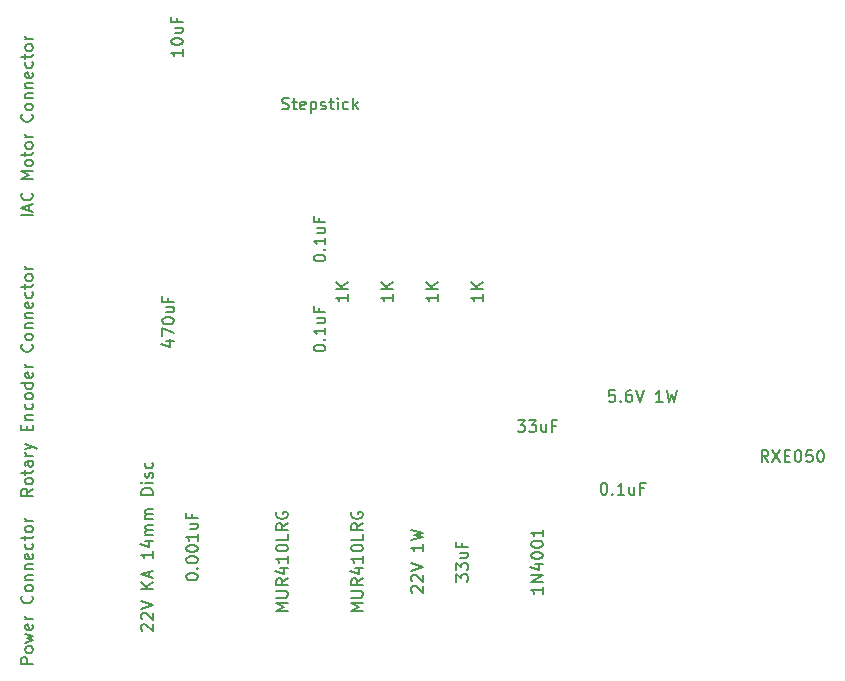
<source format=gbr>
G04 #@! TF.FileFunction,Other,Fab,Top*
%FSLAX46Y46*%
G04 Gerber Fmt 4.6, Leading zero omitted, Abs format (unit mm)*
G04 Created by KiCad (PCBNEW 4.0.4-stable) date 07/17/17 19:23:20*
%MOMM*%
%LPD*%
G01*
G04 APERTURE LIST*
%ADD10C,0.100000*%
%ADD11C,0.150000*%
G04 APERTURE END LIST*
D10*
D11*
X156416667Y-85812381D02*
X155940476Y-85812381D01*
X155892857Y-86288571D01*
X155940476Y-86240952D01*
X156035714Y-86193333D01*
X156273810Y-86193333D01*
X156369048Y-86240952D01*
X156416667Y-86288571D01*
X156464286Y-86383810D01*
X156464286Y-86621905D01*
X156416667Y-86717143D01*
X156369048Y-86764762D01*
X156273810Y-86812381D01*
X156035714Y-86812381D01*
X155940476Y-86764762D01*
X155892857Y-86717143D01*
X156892857Y-86717143D02*
X156940476Y-86764762D01*
X156892857Y-86812381D01*
X156845238Y-86764762D01*
X156892857Y-86717143D01*
X156892857Y-86812381D01*
X157797619Y-85812381D02*
X157607142Y-85812381D01*
X157511904Y-85860000D01*
X157464285Y-85907619D01*
X157369047Y-86050476D01*
X157321428Y-86240952D01*
X157321428Y-86621905D01*
X157369047Y-86717143D01*
X157416666Y-86764762D01*
X157511904Y-86812381D01*
X157702381Y-86812381D01*
X157797619Y-86764762D01*
X157845238Y-86717143D01*
X157892857Y-86621905D01*
X157892857Y-86383810D01*
X157845238Y-86288571D01*
X157797619Y-86240952D01*
X157702381Y-86193333D01*
X157511904Y-86193333D01*
X157416666Y-86240952D01*
X157369047Y-86288571D01*
X157321428Y-86383810D01*
X158178571Y-85812381D02*
X158511904Y-86812381D01*
X158845238Y-85812381D01*
X160464286Y-86812381D02*
X159892857Y-86812381D01*
X160178571Y-86812381D02*
X160178571Y-85812381D01*
X160083333Y-85955238D01*
X159988095Y-86050476D01*
X159892857Y-86098095D01*
X160797619Y-85812381D02*
X161035714Y-86812381D01*
X161226191Y-86098095D01*
X161416667Y-86812381D01*
X161654762Y-85812381D01*
X139247619Y-102949048D02*
X139200000Y-102901429D01*
X139152381Y-102806191D01*
X139152381Y-102568095D01*
X139200000Y-102472857D01*
X139247619Y-102425238D01*
X139342857Y-102377619D01*
X139438095Y-102377619D01*
X139580952Y-102425238D01*
X140152381Y-102996667D01*
X140152381Y-102377619D01*
X139247619Y-101996667D02*
X139200000Y-101949048D01*
X139152381Y-101853810D01*
X139152381Y-101615714D01*
X139200000Y-101520476D01*
X139247619Y-101472857D01*
X139342857Y-101425238D01*
X139438095Y-101425238D01*
X139580952Y-101472857D01*
X140152381Y-102044286D01*
X140152381Y-101425238D01*
X139152381Y-101139524D02*
X140152381Y-100806191D01*
X139152381Y-100472857D01*
X140152381Y-98853809D02*
X140152381Y-99425238D01*
X140152381Y-99139524D02*
X139152381Y-99139524D01*
X139295238Y-99234762D01*
X139390476Y-99330000D01*
X139438095Y-99425238D01*
X139152381Y-98520476D02*
X140152381Y-98282381D01*
X139438095Y-98091904D01*
X140152381Y-97901428D01*
X139152381Y-97663333D01*
X120102381Y-101655238D02*
X120102381Y-101559999D01*
X120150000Y-101464761D01*
X120197619Y-101417142D01*
X120292857Y-101369523D01*
X120483333Y-101321904D01*
X120721429Y-101321904D01*
X120911905Y-101369523D01*
X121007143Y-101417142D01*
X121054762Y-101464761D01*
X121102381Y-101559999D01*
X121102381Y-101655238D01*
X121054762Y-101750476D01*
X121007143Y-101798095D01*
X120911905Y-101845714D01*
X120721429Y-101893333D01*
X120483333Y-101893333D01*
X120292857Y-101845714D01*
X120197619Y-101798095D01*
X120150000Y-101750476D01*
X120102381Y-101655238D01*
X121007143Y-100893333D02*
X121054762Y-100845714D01*
X121102381Y-100893333D01*
X121054762Y-100940952D01*
X121007143Y-100893333D01*
X121102381Y-100893333D01*
X120102381Y-100226667D02*
X120102381Y-100131428D01*
X120150000Y-100036190D01*
X120197619Y-99988571D01*
X120292857Y-99940952D01*
X120483333Y-99893333D01*
X120721429Y-99893333D01*
X120911905Y-99940952D01*
X121007143Y-99988571D01*
X121054762Y-100036190D01*
X121102381Y-100131428D01*
X121102381Y-100226667D01*
X121054762Y-100321905D01*
X121007143Y-100369524D01*
X120911905Y-100417143D01*
X120721429Y-100464762D01*
X120483333Y-100464762D01*
X120292857Y-100417143D01*
X120197619Y-100369524D01*
X120150000Y-100321905D01*
X120102381Y-100226667D01*
X120102381Y-99274286D02*
X120102381Y-99179047D01*
X120150000Y-99083809D01*
X120197619Y-99036190D01*
X120292857Y-98988571D01*
X120483333Y-98940952D01*
X120721429Y-98940952D01*
X120911905Y-98988571D01*
X121007143Y-99036190D01*
X121054762Y-99083809D01*
X121102381Y-99179047D01*
X121102381Y-99274286D01*
X121054762Y-99369524D01*
X121007143Y-99417143D01*
X120911905Y-99464762D01*
X120721429Y-99512381D01*
X120483333Y-99512381D01*
X120292857Y-99464762D01*
X120197619Y-99417143D01*
X120150000Y-99369524D01*
X120102381Y-99274286D01*
X121102381Y-97988571D02*
X121102381Y-98560000D01*
X121102381Y-98274286D02*
X120102381Y-98274286D01*
X120245238Y-98369524D01*
X120340476Y-98464762D01*
X120388095Y-98560000D01*
X120435714Y-97131428D02*
X121102381Y-97131428D01*
X120435714Y-97560000D02*
X120959524Y-97560000D01*
X121054762Y-97512381D01*
X121102381Y-97417143D01*
X121102381Y-97274285D01*
X121054762Y-97179047D01*
X121007143Y-97131428D01*
X120578571Y-96321904D02*
X120578571Y-96655238D01*
X121102381Y-96655238D02*
X120102381Y-96655238D01*
X120102381Y-96179047D01*
X119832381Y-56951428D02*
X119832381Y-57522857D01*
X119832381Y-57237143D02*
X118832381Y-57237143D01*
X118975238Y-57332381D01*
X119070476Y-57427619D01*
X119118095Y-57522857D01*
X118832381Y-56332381D02*
X118832381Y-56237142D01*
X118880000Y-56141904D01*
X118927619Y-56094285D01*
X119022857Y-56046666D01*
X119213333Y-55999047D01*
X119451429Y-55999047D01*
X119641905Y-56046666D01*
X119737143Y-56094285D01*
X119784762Y-56141904D01*
X119832381Y-56237142D01*
X119832381Y-56332381D01*
X119784762Y-56427619D01*
X119737143Y-56475238D01*
X119641905Y-56522857D01*
X119451429Y-56570476D01*
X119213333Y-56570476D01*
X119022857Y-56522857D01*
X118927619Y-56475238D01*
X118880000Y-56427619D01*
X118832381Y-56332381D01*
X119165714Y-55141904D02*
X119832381Y-55141904D01*
X119165714Y-55570476D02*
X119689524Y-55570476D01*
X119784762Y-55522857D01*
X119832381Y-55427619D01*
X119832381Y-55284761D01*
X119784762Y-55189523D01*
X119737143Y-55141904D01*
X119308571Y-54332380D02*
X119308571Y-54665714D01*
X119832381Y-54665714D02*
X118832381Y-54665714D01*
X118832381Y-54189523D01*
X142962381Y-102020476D02*
X142962381Y-101401428D01*
X143343333Y-101734762D01*
X143343333Y-101591904D01*
X143390952Y-101496666D01*
X143438571Y-101449047D01*
X143533810Y-101401428D01*
X143771905Y-101401428D01*
X143867143Y-101449047D01*
X143914762Y-101496666D01*
X143962381Y-101591904D01*
X143962381Y-101877619D01*
X143914762Y-101972857D01*
X143867143Y-102020476D01*
X142962381Y-101068095D02*
X142962381Y-100449047D01*
X143343333Y-100782381D01*
X143343333Y-100639523D01*
X143390952Y-100544285D01*
X143438571Y-100496666D01*
X143533810Y-100449047D01*
X143771905Y-100449047D01*
X143867143Y-100496666D01*
X143914762Y-100544285D01*
X143962381Y-100639523D01*
X143962381Y-100925238D01*
X143914762Y-101020476D01*
X143867143Y-101068095D01*
X143295714Y-99591904D02*
X143962381Y-99591904D01*
X143295714Y-100020476D02*
X143819524Y-100020476D01*
X143914762Y-99972857D01*
X143962381Y-99877619D01*
X143962381Y-99734761D01*
X143914762Y-99639523D01*
X143867143Y-99591904D01*
X143438571Y-98782380D02*
X143438571Y-99115714D01*
X143962381Y-99115714D02*
X142962381Y-99115714D01*
X142962381Y-98639523D01*
X148169524Y-88352381D02*
X148788572Y-88352381D01*
X148455238Y-88733333D01*
X148598096Y-88733333D01*
X148693334Y-88780952D01*
X148740953Y-88828571D01*
X148788572Y-88923810D01*
X148788572Y-89161905D01*
X148740953Y-89257143D01*
X148693334Y-89304762D01*
X148598096Y-89352381D01*
X148312381Y-89352381D01*
X148217143Y-89304762D01*
X148169524Y-89257143D01*
X149121905Y-88352381D02*
X149740953Y-88352381D01*
X149407619Y-88733333D01*
X149550477Y-88733333D01*
X149645715Y-88780952D01*
X149693334Y-88828571D01*
X149740953Y-88923810D01*
X149740953Y-89161905D01*
X149693334Y-89257143D01*
X149645715Y-89304762D01*
X149550477Y-89352381D01*
X149264762Y-89352381D01*
X149169524Y-89304762D01*
X149121905Y-89257143D01*
X150598096Y-88685714D02*
X150598096Y-89352381D01*
X150169524Y-88685714D02*
X150169524Y-89209524D01*
X150217143Y-89304762D01*
X150312381Y-89352381D01*
X150455239Y-89352381D01*
X150550477Y-89304762D01*
X150598096Y-89257143D01*
X151407620Y-88828571D02*
X151074286Y-88828571D01*
X151074286Y-89352381D02*
X151074286Y-88352381D01*
X151550477Y-88352381D01*
X155447143Y-93662381D02*
X155542382Y-93662381D01*
X155637620Y-93710000D01*
X155685239Y-93757619D01*
X155732858Y-93852857D01*
X155780477Y-94043333D01*
X155780477Y-94281429D01*
X155732858Y-94471905D01*
X155685239Y-94567143D01*
X155637620Y-94614762D01*
X155542382Y-94662381D01*
X155447143Y-94662381D01*
X155351905Y-94614762D01*
X155304286Y-94567143D01*
X155256667Y-94471905D01*
X155209048Y-94281429D01*
X155209048Y-94043333D01*
X155256667Y-93852857D01*
X155304286Y-93757619D01*
X155351905Y-93710000D01*
X155447143Y-93662381D01*
X156209048Y-94567143D02*
X156256667Y-94614762D01*
X156209048Y-94662381D01*
X156161429Y-94614762D01*
X156209048Y-94567143D01*
X156209048Y-94662381D01*
X157209048Y-94662381D02*
X156637619Y-94662381D01*
X156923333Y-94662381D02*
X156923333Y-93662381D01*
X156828095Y-93805238D01*
X156732857Y-93900476D01*
X156637619Y-93948095D01*
X158066191Y-93995714D02*
X158066191Y-94662381D01*
X157637619Y-93995714D02*
X157637619Y-94519524D01*
X157685238Y-94614762D01*
X157780476Y-94662381D01*
X157923334Y-94662381D01*
X158018572Y-94614762D01*
X158066191Y-94567143D01*
X158875715Y-94138571D02*
X158542381Y-94138571D01*
X158542381Y-94662381D02*
X158542381Y-93662381D01*
X159018572Y-93662381D01*
X130897381Y-82287857D02*
X130897381Y-82192618D01*
X130945000Y-82097380D01*
X130992619Y-82049761D01*
X131087857Y-82002142D01*
X131278333Y-81954523D01*
X131516429Y-81954523D01*
X131706905Y-82002142D01*
X131802143Y-82049761D01*
X131849762Y-82097380D01*
X131897381Y-82192618D01*
X131897381Y-82287857D01*
X131849762Y-82383095D01*
X131802143Y-82430714D01*
X131706905Y-82478333D01*
X131516429Y-82525952D01*
X131278333Y-82525952D01*
X131087857Y-82478333D01*
X130992619Y-82430714D01*
X130945000Y-82383095D01*
X130897381Y-82287857D01*
X131802143Y-81525952D02*
X131849762Y-81478333D01*
X131897381Y-81525952D01*
X131849762Y-81573571D01*
X131802143Y-81525952D01*
X131897381Y-81525952D01*
X131897381Y-80525952D02*
X131897381Y-81097381D01*
X131897381Y-80811667D02*
X130897381Y-80811667D01*
X131040238Y-80906905D01*
X131135476Y-81002143D01*
X131183095Y-81097381D01*
X131230714Y-79668809D02*
X131897381Y-79668809D01*
X131230714Y-80097381D02*
X131754524Y-80097381D01*
X131849762Y-80049762D01*
X131897381Y-79954524D01*
X131897381Y-79811666D01*
X131849762Y-79716428D01*
X131802143Y-79668809D01*
X131373571Y-78859285D02*
X131373571Y-79192619D01*
X131897381Y-79192619D02*
X130897381Y-79192619D01*
X130897381Y-78716428D01*
X130897381Y-74667857D02*
X130897381Y-74572618D01*
X130945000Y-74477380D01*
X130992619Y-74429761D01*
X131087857Y-74382142D01*
X131278333Y-74334523D01*
X131516429Y-74334523D01*
X131706905Y-74382142D01*
X131802143Y-74429761D01*
X131849762Y-74477380D01*
X131897381Y-74572618D01*
X131897381Y-74667857D01*
X131849762Y-74763095D01*
X131802143Y-74810714D01*
X131706905Y-74858333D01*
X131516429Y-74905952D01*
X131278333Y-74905952D01*
X131087857Y-74858333D01*
X130992619Y-74810714D01*
X130945000Y-74763095D01*
X130897381Y-74667857D01*
X131802143Y-73905952D02*
X131849762Y-73858333D01*
X131897381Y-73905952D01*
X131849762Y-73953571D01*
X131802143Y-73905952D01*
X131897381Y-73905952D01*
X131897381Y-72905952D02*
X131897381Y-73477381D01*
X131897381Y-73191667D02*
X130897381Y-73191667D01*
X131040238Y-73286905D01*
X131135476Y-73382143D01*
X131183095Y-73477381D01*
X131230714Y-72048809D02*
X131897381Y-72048809D01*
X131230714Y-72477381D02*
X131754524Y-72477381D01*
X131849762Y-72429762D01*
X131897381Y-72334524D01*
X131897381Y-72191666D01*
X131849762Y-72096428D01*
X131802143Y-72048809D01*
X131373571Y-71239285D02*
X131373571Y-71572619D01*
X131897381Y-71572619D02*
X130897381Y-71572619D01*
X130897381Y-71096428D01*
X118403714Y-81652857D02*
X119070381Y-81652857D01*
X118022762Y-81890953D02*
X118737048Y-82129048D01*
X118737048Y-81510000D01*
X118070381Y-81224286D02*
X118070381Y-80557619D01*
X119070381Y-80986191D01*
X118070381Y-79986191D02*
X118070381Y-79890952D01*
X118118000Y-79795714D01*
X118165619Y-79748095D01*
X118260857Y-79700476D01*
X118451333Y-79652857D01*
X118689429Y-79652857D01*
X118879905Y-79700476D01*
X118975143Y-79748095D01*
X119022762Y-79795714D01*
X119070381Y-79890952D01*
X119070381Y-79986191D01*
X119022762Y-80081429D01*
X118975143Y-80129048D01*
X118879905Y-80176667D01*
X118689429Y-80224286D01*
X118451333Y-80224286D01*
X118260857Y-80176667D01*
X118165619Y-80129048D01*
X118118000Y-80081429D01*
X118070381Y-79986191D01*
X118403714Y-78795714D02*
X119070381Y-78795714D01*
X118403714Y-79224286D02*
X118927524Y-79224286D01*
X119022762Y-79176667D01*
X119070381Y-79081429D01*
X119070381Y-78938571D01*
X119022762Y-78843333D01*
X118975143Y-78795714D01*
X118546571Y-77986190D02*
X118546571Y-78319524D01*
X119070381Y-78319524D02*
X118070381Y-78319524D01*
X118070381Y-77843333D01*
X128722381Y-104520476D02*
X127722381Y-104520476D01*
X128436667Y-104187142D01*
X127722381Y-103853809D01*
X128722381Y-103853809D01*
X127722381Y-103377619D02*
X128531905Y-103377619D01*
X128627143Y-103330000D01*
X128674762Y-103282381D01*
X128722381Y-103187143D01*
X128722381Y-102996666D01*
X128674762Y-102901428D01*
X128627143Y-102853809D01*
X128531905Y-102806190D01*
X127722381Y-102806190D01*
X128722381Y-101758571D02*
X128246190Y-102091905D01*
X128722381Y-102330000D02*
X127722381Y-102330000D01*
X127722381Y-101949047D01*
X127770000Y-101853809D01*
X127817619Y-101806190D01*
X127912857Y-101758571D01*
X128055714Y-101758571D01*
X128150952Y-101806190D01*
X128198571Y-101853809D01*
X128246190Y-101949047D01*
X128246190Y-102330000D01*
X128055714Y-100901428D02*
X128722381Y-100901428D01*
X127674762Y-101139524D02*
X128389048Y-101377619D01*
X128389048Y-100758571D01*
X128722381Y-99853809D02*
X128722381Y-100425238D01*
X128722381Y-100139524D02*
X127722381Y-100139524D01*
X127865238Y-100234762D01*
X127960476Y-100330000D01*
X128008095Y-100425238D01*
X127722381Y-99234762D02*
X127722381Y-99139523D01*
X127770000Y-99044285D01*
X127817619Y-98996666D01*
X127912857Y-98949047D01*
X128103333Y-98901428D01*
X128341429Y-98901428D01*
X128531905Y-98949047D01*
X128627143Y-98996666D01*
X128674762Y-99044285D01*
X128722381Y-99139523D01*
X128722381Y-99234762D01*
X128674762Y-99330000D01*
X128627143Y-99377619D01*
X128531905Y-99425238D01*
X128341429Y-99472857D01*
X128103333Y-99472857D01*
X127912857Y-99425238D01*
X127817619Y-99377619D01*
X127770000Y-99330000D01*
X127722381Y-99234762D01*
X128722381Y-97996666D02*
X128722381Y-98472857D01*
X127722381Y-98472857D01*
X128722381Y-97091904D02*
X128246190Y-97425238D01*
X128722381Y-97663333D02*
X127722381Y-97663333D01*
X127722381Y-97282380D01*
X127770000Y-97187142D01*
X127817619Y-97139523D01*
X127912857Y-97091904D01*
X128055714Y-97091904D01*
X128150952Y-97139523D01*
X128198571Y-97187142D01*
X128246190Y-97282380D01*
X128246190Y-97663333D01*
X127770000Y-96139523D02*
X127722381Y-96234761D01*
X127722381Y-96377618D01*
X127770000Y-96520476D01*
X127865238Y-96615714D01*
X127960476Y-96663333D01*
X128150952Y-96710952D01*
X128293810Y-96710952D01*
X128484286Y-96663333D01*
X128579524Y-96615714D01*
X128674762Y-96520476D01*
X128722381Y-96377618D01*
X128722381Y-96282380D01*
X128674762Y-96139523D01*
X128627143Y-96091904D01*
X128293810Y-96091904D01*
X128293810Y-96282380D01*
X135072381Y-104520476D02*
X134072381Y-104520476D01*
X134786667Y-104187142D01*
X134072381Y-103853809D01*
X135072381Y-103853809D01*
X134072381Y-103377619D02*
X134881905Y-103377619D01*
X134977143Y-103330000D01*
X135024762Y-103282381D01*
X135072381Y-103187143D01*
X135072381Y-102996666D01*
X135024762Y-102901428D01*
X134977143Y-102853809D01*
X134881905Y-102806190D01*
X134072381Y-102806190D01*
X135072381Y-101758571D02*
X134596190Y-102091905D01*
X135072381Y-102330000D02*
X134072381Y-102330000D01*
X134072381Y-101949047D01*
X134120000Y-101853809D01*
X134167619Y-101806190D01*
X134262857Y-101758571D01*
X134405714Y-101758571D01*
X134500952Y-101806190D01*
X134548571Y-101853809D01*
X134596190Y-101949047D01*
X134596190Y-102330000D01*
X134405714Y-100901428D02*
X135072381Y-100901428D01*
X134024762Y-101139524D02*
X134739048Y-101377619D01*
X134739048Y-100758571D01*
X135072381Y-99853809D02*
X135072381Y-100425238D01*
X135072381Y-100139524D02*
X134072381Y-100139524D01*
X134215238Y-100234762D01*
X134310476Y-100330000D01*
X134358095Y-100425238D01*
X134072381Y-99234762D02*
X134072381Y-99139523D01*
X134120000Y-99044285D01*
X134167619Y-98996666D01*
X134262857Y-98949047D01*
X134453333Y-98901428D01*
X134691429Y-98901428D01*
X134881905Y-98949047D01*
X134977143Y-98996666D01*
X135024762Y-99044285D01*
X135072381Y-99139523D01*
X135072381Y-99234762D01*
X135024762Y-99330000D01*
X134977143Y-99377619D01*
X134881905Y-99425238D01*
X134691429Y-99472857D01*
X134453333Y-99472857D01*
X134262857Y-99425238D01*
X134167619Y-99377619D01*
X134120000Y-99330000D01*
X134072381Y-99234762D01*
X135072381Y-97996666D02*
X135072381Y-98472857D01*
X134072381Y-98472857D01*
X135072381Y-97091904D02*
X134596190Y-97425238D01*
X135072381Y-97663333D02*
X134072381Y-97663333D01*
X134072381Y-97282380D01*
X134120000Y-97187142D01*
X134167619Y-97139523D01*
X134262857Y-97091904D01*
X134405714Y-97091904D01*
X134500952Y-97139523D01*
X134548571Y-97187142D01*
X134596190Y-97282380D01*
X134596190Y-97663333D01*
X134120000Y-96139523D02*
X134072381Y-96234761D01*
X134072381Y-96377618D01*
X134120000Y-96520476D01*
X134215238Y-96615714D01*
X134310476Y-96663333D01*
X134500952Y-96710952D01*
X134643810Y-96710952D01*
X134834286Y-96663333D01*
X134929524Y-96615714D01*
X135024762Y-96520476D01*
X135072381Y-96377618D01*
X135072381Y-96282380D01*
X135024762Y-96139523D01*
X134977143Y-96091904D01*
X134643810Y-96091904D01*
X134643810Y-96282380D01*
X150312381Y-102472857D02*
X150312381Y-103044286D01*
X150312381Y-102758572D02*
X149312381Y-102758572D01*
X149455238Y-102853810D01*
X149550476Y-102949048D01*
X149598095Y-103044286D01*
X150312381Y-102044286D02*
X149312381Y-102044286D01*
X150312381Y-101472857D01*
X149312381Y-101472857D01*
X149645714Y-100568095D02*
X150312381Y-100568095D01*
X149264762Y-100806191D02*
X149979048Y-101044286D01*
X149979048Y-100425238D01*
X149312381Y-99853810D02*
X149312381Y-99758571D01*
X149360000Y-99663333D01*
X149407619Y-99615714D01*
X149502857Y-99568095D01*
X149693333Y-99520476D01*
X149931429Y-99520476D01*
X150121905Y-99568095D01*
X150217143Y-99615714D01*
X150264762Y-99663333D01*
X150312381Y-99758571D01*
X150312381Y-99853810D01*
X150264762Y-99949048D01*
X150217143Y-99996667D01*
X150121905Y-100044286D01*
X149931429Y-100091905D01*
X149693333Y-100091905D01*
X149502857Y-100044286D01*
X149407619Y-99996667D01*
X149360000Y-99949048D01*
X149312381Y-99853810D01*
X149312381Y-98901429D02*
X149312381Y-98806190D01*
X149360000Y-98710952D01*
X149407619Y-98663333D01*
X149502857Y-98615714D01*
X149693333Y-98568095D01*
X149931429Y-98568095D01*
X150121905Y-98615714D01*
X150217143Y-98663333D01*
X150264762Y-98710952D01*
X150312381Y-98806190D01*
X150312381Y-98901429D01*
X150264762Y-98996667D01*
X150217143Y-99044286D01*
X150121905Y-99091905D01*
X149931429Y-99139524D01*
X149693333Y-99139524D01*
X149502857Y-99091905D01*
X149407619Y-99044286D01*
X149360000Y-98996667D01*
X149312381Y-98901429D01*
X150312381Y-97615714D02*
X150312381Y-98187143D01*
X150312381Y-97901429D02*
X149312381Y-97901429D01*
X149455238Y-97996667D01*
X149550476Y-98091905D01*
X149598095Y-98187143D01*
X169402381Y-91892381D02*
X169069047Y-91416190D01*
X168830952Y-91892381D02*
X168830952Y-90892381D01*
X169211905Y-90892381D01*
X169307143Y-90940000D01*
X169354762Y-90987619D01*
X169402381Y-91082857D01*
X169402381Y-91225714D01*
X169354762Y-91320952D01*
X169307143Y-91368571D01*
X169211905Y-91416190D01*
X168830952Y-91416190D01*
X169735714Y-90892381D02*
X170402381Y-91892381D01*
X170402381Y-90892381D02*
X169735714Y-91892381D01*
X170783333Y-91368571D02*
X171116667Y-91368571D01*
X171259524Y-91892381D02*
X170783333Y-91892381D01*
X170783333Y-90892381D01*
X171259524Y-90892381D01*
X171878571Y-90892381D02*
X171973810Y-90892381D01*
X172069048Y-90940000D01*
X172116667Y-90987619D01*
X172164286Y-91082857D01*
X172211905Y-91273333D01*
X172211905Y-91511429D01*
X172164286Y-91701905D01*
X172116667Y-91797143D01*
X172069048Y-91844762D01*
X171973810Y-91892381D01*
X171878571Y-91892381D01*
X171783333Y-91844762D01*
X171735714Y-91797143D01*
X171688095Y-91701905D01*
X171640476Y-91511429D01*
X171640476Y-91273333D01*
X171688095Y-91082857D01*
X171735714Y-90987619D01*
X171783333Y-90940000D01*
X171878571Y-90892381D01*
X173116667Y-90892381D02*
X172640476Y-90892381D01*
X172592857Y-91368571D01*
X172640476Y-91320952D01*
X172735714Y-91273333D01*
X172973810Y-91273333D01*
X173069048Y-91320952D01*
X173116667Y-91368571D01*
X173164286Y-91463810D01*
X173164286Y-91701905D01*
X173116667Y-91797143D01*
X173069048Y-91844762D01*
X172973810Y-91892381D01*
X172735714Y-91892381D01*
X172640476Y-91844762D01*
X172592857Y-91797143D01*
X173783333Y-90892381D02*
X173878572Y-90892381D01*
X173973810Y-90940000D01*
X174021429Y-90987619D01*
X174069048Y-91082857D01*
X174116667Y-91273333D01*
X174116667Y-91511429D01*
X174069048Y-91701905D01*
X174021429Y-91797143D01*
X173973810Y-91844762D01*
X173878572Y-91892381D01*
X173783333Y-91892381D01*
X173688095Y-91844762D01*
X173640476Y-91797143D01*
X173592857Y-91701905D01*
X173545238Y-91511429D01*
X173545238Y-91273333D01*
X173592857Y-91082857D01*
X173640476Y-90987619D01*
X173688095Y-90940000D01*
X173783333Y-90892381D01*
X116387619Y-106179048D02*
X116340000Y-106131429D01*
X116292381Y-106036191D01*
X116292381Y-105798095D01*
X116340000Y-105702857D01*
X116387619Y-105655238D01*
X116482857Y-105607619D01*
X116578095Y-105607619D01*
X116720952Y-105655238D01*
X117292381Y-106226667D01*
X117292381Y-105607619D01*
X116387619Y-105226667D02*
X116340000Y-105179048D01*
X116292381Y-105083810D01*
X116292381Y-104845714D01*
X116340000Y-104750476D01*
X116387619Y-104702857D01*
X116482857Y-104655238D01*
X116578095Y-104655238D01*
X116720952Y-104702857D01*
X117292381Y-105274286D01*
X117292381Y-104655238D01*
X116292381Y-104369524D02*
X117292381Y-104036191D01*
X116292381Y-103702857D01*
X117292381Y-102607619D02*
X116292381Y-102607619D01*
X117292381Y-102036190D02*
X116720952Y-102464762D01*
X116292381Y-102036190D02*
X116863810Y-102607619D01*
X117006667Y-101655238D02*
X117006667Y-101179047D01*
X117292381Y-101750476D02*
X116292381Y-101417143D01*
X117292381Y-101083809D01*
X117292381Y-99464761D02*
X117292381Y-100036190D01*
X117292381Y-99750476D02*
X116292381Y-99750476D01*
X116435238Y-99845714D01*
X116530476Y-99940952D01*
X116578095Y-100036190D01*
X116625714Y-98607618D02*
X117292381Y-98607618D01*
X116244762Y-98845714D02*
X116959048Y-99083809D01*
X116959048Y-98464761D01*
X117292381Y-98083809D02*
X116625714Y-98083809D01*
X116720952Y-98083809D02*
X116673333Y-98036190D01*
X116625714Y-97940952D01*
X116625714Y-97798094D01*
X116673333Y-97702856D01*
X116768571Y-97655237D01*
X117292381Y-97655237D01*
X116768571Y-97655237D02*
X116673333Y-97607618D01*
X116625714Y-97512380D01*
X116625714Y-97369523D01*
X116673333Y-97274285D01*
X116768571Y-97226666D01*
X117292381Y-97226666D01*
X117292381Y-96750476D02*
X116625714Y-96750476D01*
X116720952Y-96750476D02*
X116673333Y-96702857D01*
X116625714Y-96607619D01*
X116625714Y-96464761D01*
X116673333Y-96369523D01*
X116768571Y-96321904D01*
X117292381Y-96321904D01*
X116768571Y-96321904D02*
X116673333Y-96274285D01*
X116625714Y-96179047D01*
X116625714Y-96036190D01*
X116673333Y-95940952D01*
X116768571Y-95893333D01*
X117292381Y-95893333D01*
X117292381Y-94655238D02*
X116292381Y-94655238D01*
X116292381Y-94417143D01*
X116340000Y-94274285D01*
X116435238Y-94179047D01*
X116530476Y-94131428D01*
X116720952Y-94083809D01*
X116863810Y-94083809D01*
X117054286Y-94131428D01*
X117149524Y-94179047D01*
X117244762Y-94274285D01*
X117292381Y-94417143D01*
X117292381Y-94655238D01*
X117292381Y-93655238D02*
X116625714Y-93655238D01*
X116292381Y-93655238D02*
X116340000Y-93702857D01*
X116387619Y-93655238D01*
X116340000Y-93607619D01*
X116292381Y-93655238D01*
X116387619Y-93655238D01*
X117244762Y-93226667D02*
X117292381Y-93131429D01*
X117292381Y-92940953D01*
X117244762Y-92845714D01*
X117149524Y-92798095D01*
X117101905Y-92798095D01*
X117006667Y-92845714D01*
X116959048Y-92940953D01*
X116959048Y-93083810D01*
X116911429Y-93179048D01*
X116816190Y-93226667D01*
X116768571Y-93226667D01*
X116673333Y-93179048D01*
X116625714Y-93083810D01*
X116625714Y-92940953D01*
X116673333Y-92845714D01*
X117244762Y-91940952D02*
X117292381Y-92036190D01*
X117292381Y-92226667D01*
X117244762Y-92321905D01*
X117197143Y-92369524D01*
X117101905Y-92417143D01*
X116816190Y-92417143D01*
X116720952Y-92369524D01*
X116673333Y-92321905D01*
X116625714Y-92226667D01*
X116625714Y-92036190D01*
X116673333Y-91940952D01*
X107132381Y-108989049D02*
X106132381Y-108989049D01*
X106132381Y-108608096D01*
X106180000Y-108512858D01*
X106227619Y-108465239D01*
X106322857Y-108417620D01*
X106465714Y-108417620D01*
X106560952Y-108465239D01*
X106608571Y-108512858D01*
X106656190Y-108608096D01*
X106656190Y-108989049D01*
X107132381Y-107846192D02*
X107084762Y-107941430D01*
X107037143Y-107989049D01*
X106941905Y-108036668D01*
X106656190Y-108036668D01*
X106560952Y-107989049D01*
X106513333Y-107941430D01*
X106465714Y-107846192D01*
X106465714Y-107703334D01*
X106513333Y-107608096D01*
X106560952Y-107560477D01*
X106656190Y-107512858D01*
X106941905Y-107512858D01*
X107037143Y-107560477D01*
X107084762Y-107608096D01*
X107132381Y-107703334D01*
X107132381Y-107846192D01*
X106465714Y-107179525D02*
X107132381Y-106989049D01*
X106656190Y-106798572D01*
X107132381Y-106608096D01*
X106465714Y-106417620D01*
X107084762Y-105655715D02*
X107132381Y-105750953D01*
X107132381Y-105941430D01*
X107084762Y-106036668D01*
X106989524Y-106084287D01*
X106608571Y-106084287D01*
X106513333Y-106036668D01*
X106465714Y-105941430D01*
X106465714Y-105750953D01*
X106513333Y-105655715D01*
X106608571Y-105608096D01*
X106703810Y-105608096D01*
X106799048Y-106084287D01*
X107132381Y-105179525D02*
X106465714Y-105179525D01*
X106656190Y-105179525D02*
X106560952Y-105131906D01*
X106513333Y-105084287D01*
X106465714Y-104989049D01*
X106465714Y-104893810D01*
X107037143Y-103227143D02*
X107084762Y-103274762D01*
X107132381Y-103417619D01*
X107132381Y-103512857D01*
X107084762Y-103655715D01*
X106989524Y-103750953D01*
X106894286Y-103798572D01*
X106703810Y-103846191D01*
X106560952Y-103846191D01*
X106370476Y-103798572D01*
X106275238Y-103750953D01*
X106180000Y-103655715D01*
X106132381Y-103512857D01*
X106132381Y-103417619D01*
X106180000Y-103274762D01*
X106227619Y-103227143D01*
X107132381Y-102655715D02*
X107084762Y-102750953D01*
X107037143Y-102798572D01*
X106941905Y-102846191D01*
X106656190Y-102846191D01*
X106560952Y-102798572D01*
X106513333Y-102750953D01*
X106465714Y-102655715D01*
X106465714Y-102512857D01*
X106513333Y-102417619D01*
X106560952Y-102370000D01*
X106656190Y-102322381D01*
X106941905Y-102322381D01*
X107037143Y-102370000D01*
X107084762Y-102417619D01*
X107132381Y-102512857D01*
X107132381Y-102655715D01*
X106465714Y-101893810D02*
X107132381Y-101893810D01*
X106560952Y-101893810D02*
X106513333Y-101846191D01*
X106465714Y-101750953D01*
X106465714Y-101608095D01*
X106513333Y-101512857D01*
X106608571Y-101465238D01*
X107132381Y-101465238D01*
X106465714Y-100989048D02*
X107132381Y-100989048D01*
X106560952Y-100989048D02*
X106513333Y-100941429D01*
X106465714Y-100846191D01*
X106465714Y-100703333D01*
X106513333Y-100608095D01*
X106608571Y-100560476D01*
X107132381Y-100560476D01*
X107084762Y-99703333D02*
X107132381Y-99798571D01*
X107132381Y-99989048D01*
X107084762Y-100084286D01*
X106989524Y-100131905D01*
X106608571Y-100131905D01*
X106513333Y-100084286D01*
X106465714Y-99989048D01*
X106465714Y-99798571D01*
X106513333Y-99703333D01*
X106608571Y-99655714D01*
X106703810Y-99655714D01*
X106799048Y-100131905D01*
X107084762Y-98798571D02*
X107132381Y-98893809D01*
X107132381Y-99084286D01*
X107084762Y-99179524D01*
X107037143Y-99227143D01*
X106941905Y-99274762D01*
X106656190Y-99274762D01*
X106560952Y-99227143D01*
X106513333Y-99179524D01*
X106465714Y-99084286D01*
X106465714Y-98893809D01*
X106513333Y-98798571D01*
X106465714Y-98512857D02*
X106465714Y-98131905D01*
X106132381Y-98370000D02*
X106989524Y-98370000D01*
X107084762Y-98322381D01*
X107132381Y-98227143D01*
X107132381Y-98131905D01*
X107132381Y-97655714D02*
X107084762Y-97750952D01*
X107037143Y-97798571D01*
X106941905Y-97846190D01*
X106656190Y-97846190D01*
X106560952Y-97798571D01*
X106513333Y-97750952D01*
X106465714Y-97655714D01*
X106465714Y-97512856D01*
X106513333Y-97417618D01*
X106560952Y-97369999D01*
X106656190Y-97322380D01*
X106941905Y-97322380D01*
X107037143Y-97369999D01*
X107084762Y-97417618D01*
X107132381Y-97512856D01*
X107132381Y-97655714D01*
X107132381Y-96893809D02*
X106465714Y-96893809D01*
X106656190Y-96893809D02*
X106560952Y-96846190D01*
X106513333Y-96798571D01*
X106465714Y-96703333D01*
X106465714Y-96608094D01*
X107132381Y-71023811D02*
X106132381Y-71023811D01*
X106846667Y-70595240D02*
X106846667Y-70119049D01*
X107132381Y-70690478D02*
X106132381Y-70357145D01*
X107132381Y-70023811D01*
X107037143Y-69119049D02*
X107084762Y-69166668D01*
X107132381Y-69309525D01*
X107132381Y-69404763D01*
X107084762Y-69547621D01*
X106989524Y-69642859D01*
X106894286Y-69690478D01*
X106703810Y-69738097D01*
X106560952Y-69738097D01*
X106370476Y-69690478D01*
X106275238Y-69642859D01*
X106180000Y-69547621D01*
X106132381Y-69404763D01*
X106132381Y-69309525D01*
X106180000Y-69166668D01*
X106227619Y-69119049D01*
X107132381Y-67928573D02*
X106132381Y-67928573D01*
X106846667Y-67595239D01*
X106132381Y-67261906D01*
X107132381Y-67261906D01*
X107132381Y-66642859D02*
X107084762Y-66738097D01*
X107037143Y-66785716D01*
X106941905Y-66833335D01*
X106656190Y-66833335D01*
X106560952Y-66785716D01*
X106513333Y-66738097D01*
X106465714Y-66642859D01*
X106465714Y-66500001D01*
X106513333Y-66404763D01*
X106560952Y-66357144D01*
X106656190Y-66309525D01*
X106941905Y-66309525D01*
X107037143Y-66357144D01*
X107084762Y-66404763D01*
X107132381Y-66500001D01*
X107132381Y-66642859D01*
X106465714Y-66023811D02*
X106465714Y-65642859D01*
X106132381Y-65880954D02*
X106989524Y-65880954D01*
X107084762Y-65833335D01*
X107132381Y-65738097D01*
X107132381Y-65642859D01*
X107132381Y-65166668D02*
X107084762Y-65261906D01*
X107037143Y-65309525D01*
X106941905Y-65357144D01*
X106656190Y-65357144D01*
X106560952Y-65309525D01*
X106513333Y-65261906D01*
X106465714Y-65166668D01*
X106465714Y-65023810D01*
X106513333Y-64928572D01*
X106560952Y-64880953D01*
X106656190Y-64833334D01*
X106941905Y-64833334D01*
X107037143Y-64880953D01*
X107084762Y-64928572D01*
X107132381Y-65023810D01*
X107132381Y-65166668D01*
X107132381Y-64404763D02*
X106465714Y-64404763D01*
X106656190Y-64404763D02*
X106560952Y-64357144D01*
X106513333Y-64309525D01*
X106465714Y-64214287D01*
X106465714Y-64119048D01*
X107037143Y-62452381D02*
X107084762Y-62500000D01*
X107132381Y-62642857D01*
X107132381Y-62738095D01*
X107084762Y-62880953D01*
X106989524Y-62976191D01*
X106894286Y-63023810D01*
X106703810Y-63071429D01*
X106560952Y-63071429D01*
X106370476Y-63023810D01*
X106275238Y-62976191D01*
X106180000Y-62880953D01*
X106132381Y-62738095D01*
X106132381Y-62642857D01*
X106180000Y-62500000D01*
X106227619Y-62452381D01*
X107132381Y-61880953D02*
X107084762Y-61976191D01*
X107037143Y-62023810D01*
X106941905Y-62071429D01*
X106656190Y-62071429D01*
X106560952Y-62023810D01*
X106513333Y-61976191D01*
X106465714Y-61880953D01*
X106465714Y-61738095D01*
X106513333Y-61642857D01*
X106560952Y-61595238D01*
X106656190Y-61547619D01*
X106941905Y-61547619D01*
X107037143Y-61595238D01*
X107084762Y-61642857D01*
X107132381Y-61738095D01*
X107132381Y-61880953D01*
X106465714Y-61119048D02*
X107132381Y-61119048D01*
X106560952Y-61119048D02*
X106513333Y-61071429D01*
X106465714Y-60976191D01*
X106465714Y-60833333D01*
X106513333Y-60738095D01*
X106608571Y-60690476D01*
X107132381Y-60690476D01*
X106465714Y-60214286D02*
X107132381Y-60214286D01*
X106560952Y-60214286D02*
X106513333Y-60166667D01*
X106465714Y-60071429D01*
X106465714Y-59928571D01*
X106513333Y-59833333D01*
X106608571Y-59785714D01*
X107132381Y-59785714D01*
X107084762Y-58928571D02*
X107132381Y-59023809D01*
X107132381Y-59214286D01*
X107084762Y-59309524D01*
X106989524Y-59357143D01*
X106608571Y-59357143D01*
X106513333Y-59309524D01*
X106465714Y-59214286D01*
X106465714Y-59023809D01*
X106513333Y-58928571D01*
X106608571Y-58880952D01*
X106703810Y-58880952D01*
X106799048Y-59357143D01*
X107084762Y-58023809D02*
X107132381Y-58119047D01*
X107132381Y-58309524D01*
X107084762Y-58404762D01*
X107037143Y-58452381D01*
X106941905Y-58500000D01*
X106656190Y-58500000D01*
X106560952Y-58452381D01*
X106513333Y-58404762D01*
X106465714Y-58309524D01*
X106465714Y-58119047D01*
X106513333Y-58023809D01*
X106465714Y-57738095D02*
X106465714Y-57357143D01*
X106132381Y-57595238D02*
X106989524Y-57595238D01*
X107084762Y-57547619D01*
X107132381Y-57452381D01*
X107132381Y-57357143D01*
X107132381Y-56880952D02*
X107084762Y-56976190D01*
X107037143Y-57023809D01*
X106941905Y-57071428D01*
X106656190Y-57071428D01*
X106560952Y-57023809D01*
X106513333Y-56976190D01*
X106465714Y-56880952D01*
X106465714Y-56738094D01*
X106513333Y-56642856D01*
X106560952Y-56595237D01*
X106656190Y-56547618D01*
X106941905Y-56547618D01*
X107037143Y-56595237D01*
X107084762Y-56642856D01*
X107132381Y-56738094D01*
X107132381Y-56880952D01*
X107132381Y-56119047D02*
X106465714Y-56119047D01*
X106656190Y-56119047D02*
X106560952Y-56071428D01*
X106513333Y-56023809D01*
X106465714Y-55928571D01*
X106465714Y-55833332D01*
X107132381Y-94161430D02*
X106656190Y-94494764D01*
X107132381Y-94732859D02*
X106132381Y-94732859D01*
X106132381Y-94351906D01*
X106180000Y-94256668D01*
X106227619Y-94209049D01*
X106322857Y-94161430D01*
X106465714Y-94161430D01*
X106560952Y-94209049D01*
X106608571Y-94256668D01*
X106656190Y-94351906D01*
X106656190Y-94732859D01*
X107132381Y-93590002D02*
X107084762Y-93685240D01*
X107037143Y-93732859D01*
X106941905Y-93780478D01*
X106656190Y-93780478D01*
X106560952Y-93732859D01*
X106513333Y-93685240D01*
X106465714Y-93590002D01*
X106465714Y-93447144D01*
X106513333Y-93351906D01*
X106560952Y-93304287D01*
X106656190Y-93256668D01*
X106941905Y-93256668D01*
X107037143Y-93304287D01*
X107084762Y-93351906D01*
X107132381Y-93447144D01*
X107132381Y-93590002D01*
X106465714Y-92970954D02*
X106465714Y-92590002D01*
X106132381Y-92828097D02*
X106989524Y-92828097D01*
X107084762Y-92780478D01*
X107132381Y-92685240D01*
X107132381Y-92590002D01*
X107132381Y-91828096D02*
X106608571Y-91828096D01*
X106513333Y-91875715D01*
X106465714Y-91970953D01*
X106465714Y-92161430D01*
X106513333Y-92256668D01*
X107084762Y-91828096D02*
X107132381Y-91923334D01*
X107132381Y-92161430D01*
X107084762Y-92256668D01*
X106989524Y-92304287D01*
X106894286Y-92304287D01*
X106799048Y-92256668D01*
X106751429Y-92161430D01*
X106751429Y-91923334D01*
X106703810Y-91828096D01*
X107132381Y-91351906D02*
X106465714Y-91351906D01*
X106656190Y-91351906D02*
X106560952Y-91304287D01*
X106513333Y-91256668D01*
X106465714Y-91161430D01*
X106465714Y-91066191D01*
X106465714Y-90828096D02*
X107132381Y-90590001D01*
X106465714Y-90351905D02*
X107132381Y-90590001D01*
X107370476Y-90685239D01*
X107418095Y-90732858D01*
X107465714Y-90828096D01*
X106608571Y-89209048D02*
X106608571Y-88875714D01*
X107132381Y-88732857D02*
X107132381Y-89209048D01*
X106132381Y-89209048D01*
X106132381Y-88732857D01*
X106465714Y-88304286D02*
X107132381Y-88304286D01*
X106560952Y-88304286D02*
X106513333Y-88256667D01*
X106465714Y-88161429D01*
X106465714Y-88018571D01*
X106513333Y-87923333D01*
X106608571Y-87875714D01*
X107132381Y-87875714D01*
X107084762Y-86970952D02*
X107132381Y-87066190D01*
X107132381Y-87256667D01*
X107084762Y-87351905D01*
X107037143Y-87399524D01*
X106941905Y-87447143D01*
X106656190Y-87447143D01*
X106560952Y-87399524D01*
X106513333Y-87351905D01*
X106465714Y-87256667D01*
X106465714Y-87066190D01*
X106513333Y-86970952D01*
X107132381Y-86399524D02*
X107084762Y-86494762D01*
X107037143Y-86542381D01*
X106941905Y-86590000D01*
X106656190Y-86590000D01*
X106560952Y-86542381D01*
X106513333Y-86494762D01*
X106465714Y-86399524D01*
X106465714Y-86256666D01*
X106513333Y-86161428D01*
X106560952Y-86113809D01*
X106656190Y-86066190D01*
X106941905Y-86066190D01*
X107037143Y-86113809D01*
X107084762Y-86161428D01*
X107132381Y-86256666D01*
X107132381Y-86399524D01*
X107132381Y-85209047D02*
X106132381Y-85209047D01*
X107084762Y-85209047D02*
X107132381Y-85304285D01*
X107132381Y-85494762D01*
X107084762Y-85590000D01*
X107037143Y-85637619D01*
X106941905Y-85685238D01*
X106656190Y-85685238D01*
X106560952Y-85637619D01*
X106513333Y-85590000D01*
X106465714Y-85494762D01*
X106465714Y-85304285D01*
X106513333Y-85209047D01*
X107084762Y-84351904D02*
X107132381Y-84447142D01*
X107132381Y-84637619D01*
X107084762Y-84732857D01*
X106989524Y-84780476D01*
X106608571Y-84780476D01*
X106513333Y-84732857D01*
X106465714Y-84637619D01*
X106465714Y-84447142D01*
X106513333Y-84351904D01*
X106608571Y-84304285D01*
X106703810Y-84304285D01*
X106799048Y-84780476D01*
X107132381Y-83875714D02*
X106465714Y-83875714D01*
X106656190Y-83875714D02*
X106560952Y-83828095D01*
X106513333Y-83780476D01*
X106465714Y-83685238D01*
X106465714Y-83589999D01*
X107037143Y-81923332D02*
X107084762Y-81970951D01*
X107132381Y-82113808D01*
X107132381Y-82209046D01*
X107084762Y-82351904D01*
X106989524Y-82447142D01*
X106894286Y-82494761D01*
X106703810Y-82542380D01*
X106560952Y-82542380D01*
X106370476Y-82494761D01*
X106275238Y-82447142D01*
X106180000Y-82351904D01*
X106132381Y-82209046D01*
X106132381Y-82113808D01*
X106180000Y-81970951D01*
X106227619Y-81923332D01*
X107132381Y-81351904D02*
X107084762Y-81447142D01*
X107037143Y-81494761D01*
X106941905Y-81542380D01*
X106656190Y-81542380D01*
X106560952Y-81494761D01*
X106513333Y-81447142D01*
X106465714Y-81351904D01*
X106465714Y-81209046D01*
X106513333Y-81113808D01*
X106560952Y-81066189D01*
X106656190Y-81018570D01*
X106941905Y-81018570D01*
X107037143Y-81066189D01*
X107084762Y-81113808D01*
X107132381Y-81209046D01*
X107132381Y-81351904D01*
X106465714Y-80589999D02*
X107132381Y-80589999D01*
X106560952Y-80589999D02*
X106513333Y-80542380D01*
X106465714Y-80447142D01*
X106465714Y-80304284D01*
X106513333Y-80209046D01*
X106608571Y-80161427D01*
X107132381Y-80161427D01*
X106465714Y-79685237D02*
X107132381Y-79685237D01*
X106560952Y-79685237D02*
X106513333Y-79637618D01*
X106465714Y-79542380D01*
X106465714Y-79399522D01*
X106513333Y-79304284D01*
X106608571Y-79256665D01*
X107132381Y-79256665D01*
X107084762Y-78399522D02*
X107132381Y-78494760D01*
X107132381Y-78685237D01*
X107084762Y-78780475D01*
X106989524Y-78828094D01*
X106608571Y-78828094D01*
X106513333Y-78780475D01*
X106465714Y-78685237D01*
X106465714Y-78494760D01*
X106513333Y-78399522D01*
X106608571Y-78351903D01*
X106703810Y-78351903D01*
X106799048Y-78828094D01*
X107084762Y-77494760D02*
X107132381Y-77589998D01*
X107132381Y-77780475D01*
X107084762Y-77875713D01*
X107037143Y-77923332D01*
X106941905Y-77970951D01*
X106656190Y-77970951D01*
X106560952Y-77923332D01*
X106513333Y-77875713D01*
X106465714Y-77780475D01*
X106465714Y-77589998D01*
X106513333Y-77494760D01*
X106465714Y-77209046D02*
X106465714Y-76828094D01*
X106132381Y-77066189D02*
X106989524Y-77066189D01*
X107084762Y-77018570D01*
X107132381Y-76923332D01*
X107132381Y-76828094D01*
X107132381Y-76351903D02*
X107084762Y-76447141D01*
X107037143Y-76494760D01*
X106941905Y-76542379D01*
X106656190Y-76542379D01*
X106560952Y-76494760D01*
X106513333Y-76447141D01*
X106465714Y-76351903D01*
X106465714Y-76209045D01*
X106513333Y-76113807D01*
X106560952Y-76066188D01*
X106656190Y-76018569D01*
X106941905Y-76018569D01*
X107037143Y-76066188D01*
X107084762Y-76113807D01*
X107132381Y-76209045D01*
X107132381Y-76351903D01*
X107132381Y-75589998D02*
X106465714Y-75589998D01*
X106656190Y-75589998D02*
X106560952Y-75542379D01*
X106513333Y-75494760D01*
X106465714Y-75399522D01*
X106465714Y-75304283D01*
X145232381Y-77684285D02*
X145232381Y-78255714D01*
X145232381Y-77970000D02*
X144232381Y-77970000D01*
X144375238Y-78065238D01*
X144470476Y-78160476D01*
X144518095Y-78255714D01*
X145232381Y-77255714D02*
X144232381Y-77255714D01*
X145232381Y-76684285D02*
X144660952Y-77112857D01*
X144232381Y-76684285D02*
X144803810Y-77255714D01*
X141422381Y-77684285D02*
X141422381Y-78255714D01*
X141422381Y-77970000D02*
X140422381Y-77970000D01*
X140565238Y-78065238D01*
X140660476Y-78160476D01*
X140708095Y-78255714D01*
X141422381Y-77255714D02*
X140422381Y-77255714D01*
X141422381Y-76684285D02*
X140850952Y-77112857D01*
X140422381Y-76684285D02*
X140993810Y-77255714D01*
X137612381Y-77684285D02*
X137612381Y-78255714D01*
X137612381Y-77970000D02*
X136612381Y-77970000D01*
X136755238Y-78065238D01*
X136850476Y-78160476D01*
X136898095Y-78255714D01*
X137612381Y-77255714D02*
X136612381Y-77255714D01*
X137612381Y-76684285D02*
X137040952Y-77112857D01*
X136612381Y-76684285D02*
X137183810Y-77255714D01*
X133802381Y-77684285D02*
X133802381Y-78255714D01*
X133802381Y-77970000D02*
X132802381Y-77970000D01*
X132945238Y-78065238D01*
X133040476Y-78160476D01*
X133088095Y-78255714D01*
X133802381Y-77255714D02*
X132802381Y-77255714D01*
X133802381Y-76684285D02*
X133230952Y-77112857D01*
X132802381Y-76684285D02*
X133373810Y-77255714D01*
X128230714Y-61999762D02*
X128373571Y-62047381D01*
X128611667Y-62047381D01*
X128706905Y-61999762D01*
X128754524Y-61952143D01*
X128802143Y-61856905D01*
X128802143Y-61761667D01*
X128754524Y-61666429D01*
X128706905Y-61618810D01*
X128611667Y-61571190D01*
X128421190Y-61523571D01*
X128325952Y-61475952D01*
X128278333Y-61428333D01*
X128230714Y-61333095D01*
X128230714Y-61237857D01*
X128278333Y-61142619D01*
X128325952Y-61095000D01*
X128421190Y-61047381D01*
X128659286Y-61047381D01*
X128802143Y-61095000D01*
X129087857Y-61380714D02*
X129468809Y-61380714D01*
X129230714Y-61047381D02*
X129230714Y-61904524D01*
X129278333Y-61999762D01*
X129373571Y-62047381D01*
X129468809Y-62047381D01*
X130183096Y-61999762D02*
X130087858Y-62047381D01*
X129897381Y-62047381D01*
X129802143Y-61999762D01*
X129754524Y-61904524D01*
X129754524Y-61523571D01*
X129802143Y-61428333D01*
X129897381Y-61380714D01*
X130087858Y-61380714D01*
X130183096Y-61428333D01*
X130230715Y-61523571D01*
X130230715Y-61618810D01*
X129754524Y-61714048D01*
X130659286Y-61380714D02*
X130659286Y-62380714D01*
X130659286Y-61428333D02*
X130754524Y-61380714D01*
X130945001Y-61380714D01*
X131040239Y-61428333D01*
X131087858Y-61475952D01*
X131135477Y-61571190D01*
X131135477Y-61856905D01*
X131087858Y-61952143D01*
X131040239Y-61999762D01*
X130945001Y-62047381D01*
X130754524Y-62047381D01*
X130659286Y-61999762D01*
X131516429Y-61999762D02*
X131611667Y-62047381D01*
X131802143Y-62047381D01*
X131897382Y-61999762D01*
X131945001Y-61904524D01*
X131945001Y-61856905D01*
X131897382Y-61761667D01*
X131802143Y-61714048D01*
X131659286Y-61714048D01*
X131564048Y-61666429D01*
X131516429Y-61571190D01*
X131516429Y-61523571D01*
X131564048Y-61428333D01*
X131659286Y-61380714D01*
X131802143Y-61380714D01*
X131897382Y-61428333D01*
X132230715Y-61380714D02*
X132611667Y-61380714D01*
X132373572Y-61047381D02*
X132373572Y-61904524D01*
X132421191Y-61999762D01*
X132516429Y-62047381D01*
X132611667Y-62047381D01*
X132945001Y-62047381D02*
X132945001Y-61380714D01*
X132945001Y-61047381D02*
X132897382Y-61095000D01*
X132945001Y-61142619D01*
X132992620Y-61095000D01*
X132945001Y-61047381D01*
X132945001Y-61142619D01*
X133849763Y-61999762D02*
X133754525Y-62047381D01*
X133564048Y-62047381D01*
X133468810Y-61999762D01*
X133421191Y-61952143D01*
X133373572Y-61856905D01*
X133373572Y-61571190D01*
X133421191Y-61475952D01*
X133468810Y-61428333D01*
X133564048Y-61380714D01*
X133754525Y-61380714D01*
X133849763Y-61428333D01*
X134278334Y-62047381D02*
X134278334Y-61047381D01*
X134373572Y-61666429D02*
X134659287Y-62047381D01*
X134659287Y-61380714D02*
X134278334Y-61761667D01*
M02*

</source>
